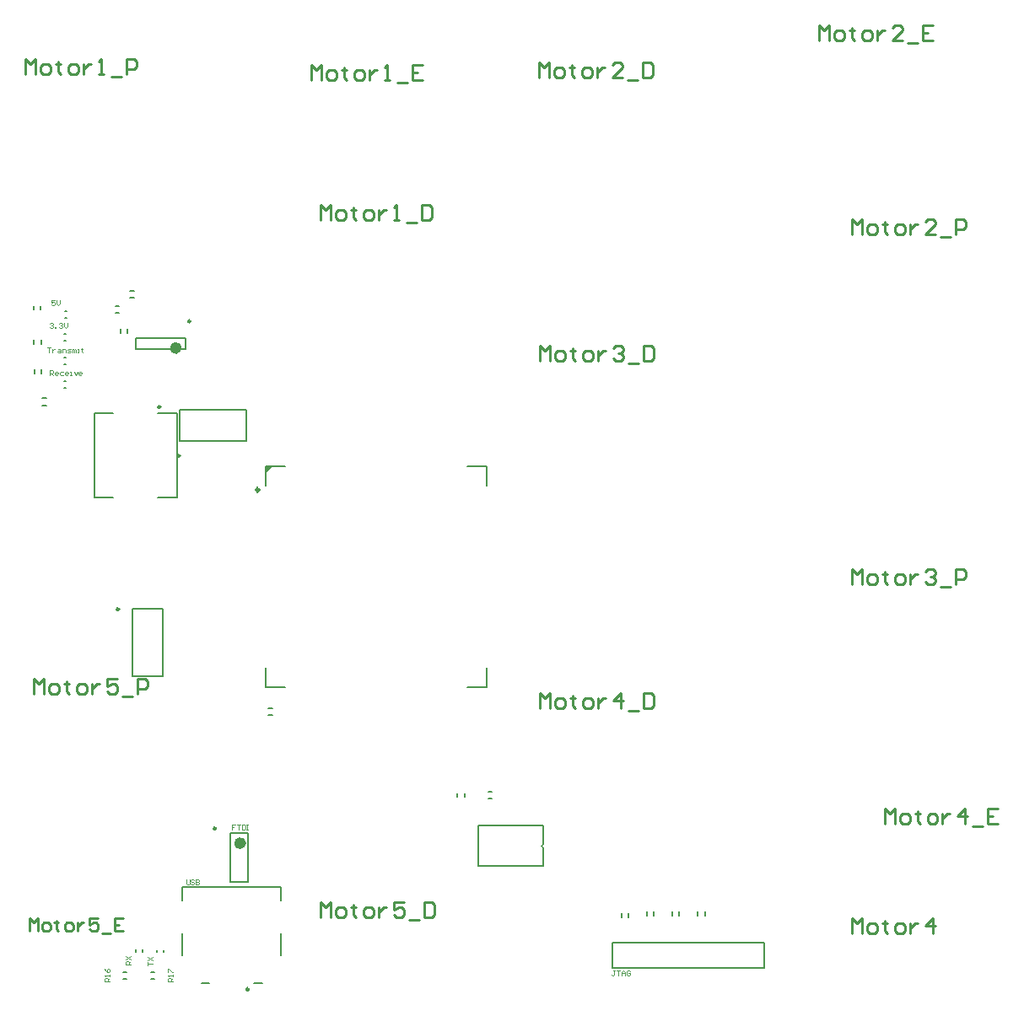
<source format=gto>
%FSLAX25Y25*%
%MOIN*%
G70*
G01*
G75*
G04 Layer_Color=65535*
%ADD10R,0.05079X0.04882*%
%ADD11O,0.01575X0.05906*%
%ADD12R,0.01575X0.05906*%
%ADD13R,0.00748X0.03961*%
%ADD14R,0.03961X0.00748*%
%ADD15R,0.08661X0.12992*%
%ADD16R,0.08661X0.03937*%
%ADD17O,0.03150X0.10039*%
%ADD18R,0.12992X0.08268*%
%ADD19R,0.04724X0.08268*%
%ADD20R,0.14567X0.09055*%
%ADD21R,0.03150X0.03543*%
%ADD22R,0.02756X0.03543*%
%ADD23R,0.03543X0.03150*%
%ADD24R,0.03543X0.02756*%
%ADD25R,0.02953X0.03543*%
%ADD26R,0.39370X0.19685*%
%ADD27R,0.03543X0.02953*%
%ADD28O,0.09055X0.01378*%
%ADD29R,0.07874X0.09843*%
%ADD30R,0.01969X0.09055*%
%ADD31C,0.31496*%
%ADD32C,0.01000*%
%ADD33C,0.01969*%
%ADD34C,0.03937*%
%ADD35C,0.06000*%
%ADD36C,0.11811*%
%ADD37C,0.02362*%
%ADD38R,0.05906X0.05906*%
%ADD39C,0.05906*%
%ADD40C,0.03937*%
%ADD41C,0.05000*%
%ADD42R,0.09055X0.09055*%
%ADD43C,0.00787*%
%ADD44C,0.01181*%
%ADD45C,0.00984*%
%ADD46C,0.02362*%
%ADD47C,0.00394*%
G36*
X424764Y277268D02*
Y279236D01*
X426732D01*
X424764Y277268D01*
D02*
G37*
D32*
X643110Y448130D02*
Y454128D01*
X645110Y452129D01*
X647109Y454128D01*
Y448130D01*
X650108D02*
X652107D01*
X653107Y449130D01*
Y451129D01*
X652107Y452129D01*
X650108D01*
X649108Y451129D01*
Y449130D01*
X650108Y448130D01*
X656106Y453128D02*
Y452129D01*
X655106D01*
X657106D01*
X656106D01*
Y449130D01*
X657106Y448130D01*
X661104D02*
X663104D01*
X664103Y449130D01*
Y451129D01*
X663104Y452129D01*
X661104D01*
X660105Y451129D01*
Y449130D01*
X661104Y448130D01*
X666103Y452129D02*
Y448130D01*
Y450129D01*
X667102Y451129D01*
X668102Y452129D01*
X669102D01*
X676100Y448130D02*
X672101D01*
X676100Y452129D01*
Y453128D01*
X675100Y454128D01*
X673101D01*
X672101Y453128D01*
X678099Y447130D02*
X682098D01*
X688096Y454128D02*
X684097D01*
Y448130D01*
X688096D01*
X684097Y451129D02*
X686096D01*
X442520Y432382D02*
Y438380D01*
X444519Y436381D01*
X446518Y438380D01*
Y432382D01*
X449517D02*
X451517D01*
X452517Y433382D01*
Y435381D01*
X451517Y436381D01*
X449517D01*
X448518Y435381D01*
Y433382D01*
X449517Y432382D01*
X455515Y437380D02*
Y436381D01*
X454516D01*
X456515D01*
X455515D01*
Y433382D01*
X456515Y432382D01*
X460514D02*
X462513D01*
X463513Y433382D01*
Y435381D01*
X462513Y436381D01*
X460514D01*
X459514Y435381D01*
Y433382D01*
X460514Y432382D01*
X465512Y436381D02*
Y432382D01*
Y434381D01*
X466512Y435381D01*
X467512Y436381D01*
X468511D01*
X471510Y432382D02*
X473510D01*
X472510D01*
Y438380D01*
X471510Y437380D01*
X476509Y431382D02*
X480507D01*
X486506Y438380D02*
X482507D01*
Y432382D01*
X486506D01*
X482507Y435381D02*
X484506D01*
X446054Y376947D02*
Y382945D01*
X448054Y380946D01*
X450053Y382945D01*
Y376947D01*
X453052D02*
X455051D01*
X456051Y377947D01*
Y379946D01*
X455051Y380946D01*
X453052D01*
X452052Y379946D01*
Y377947D01*
X453052Y376947D01*
X459050Y381946D02*
Y380946D01*
X458050D01*
X460050D01*
X459050D01*
Y377947D01*
X460050Y376947D01*
X464048D02*
X466048D01*
X467048Y377947D01*
Y379946D01*
X466048Y380946D01*
X464048D01*
X463049Y379946D01*
Y377947D01*
X464048Y376947D01*
X469047Y380946D02*
Y376947D01*
Y378947D01*
X470047Y379946D01*
X471046Y380946D01*
X472046D01*
X475045Y376947D02*
X477044D01*
X476045D01*
Y382945D01*
X475045Y381946D01*
X480043Y375948D02*
X484042D01*
X486041Y382945D02*
Y376947D01*
X489040D01*
X490040Y377947D01*
Y381946D01*
X489040Y382945D01*
X486041D01*
X329528Y434646D02*
Y440644D01*
X331527Y438644D01*
X333526Y440644D01*
Y434646D01*
X336525D02*
X338525D01*
X339524Y435645D01*
Y437645D01*
X338525Y438644D01*
X336525D01*
X335526Y437645D01*
Y435645D01*
X336525Y434646D01*
X342523Y439644D02*
Y438644D01*
X341524D01*
X343523D01*
X342523D01*
Y435645D01*
X343523Y434646D01*
X347522D02*
X349521D01*
X350521Y435645D01*
Y437645D01*
X349521Y438644D01*
X347522D01*
X346522Y437645D01*
Y435645D01*
X347522Y434646D01*
X352520Y438644D02*
Y434646D01*
Y436645D01*
X353520Y437645D01*
X354520Y438644D01*
X355519D01*
X358518Y434646D02*
X360518D01*
X359518D01*
Y440644D01*
X358518Y439644D01*
X363517Y433646D02*
X367515D01*
X369515Y434646D02*
Y440644D01*
X372514D01*
X373513Y439644D01*
Y437645D01*
X372514Y436645D01*
X369515D01*
X532382Y433465D02*
Y439463D01*
X534381Y437463D01*
X536381Y439463D01*
Y433465D01*
X539380D02*
X541379D01*
X542379Y434464D01*
Y436464D01*
X541379Y437463D01*
X539380D01*
X538380Y436464D01*
Y434464D01*
X539380Y433465D01*
X545378Y438463D02*
Y437463D01*
X544378D01*
X546377D01*
X545378D01*
Y434464D01*
X546377Y433465D01*
X550376D02*
X552375D01*
X553375Y434464D01*
Y436464D01*
X552375Y437463D01*
X550376D01*
X549376Y436464D01*
Y434464D01*
X550376Y433465D01*
X555374Y437463D02*
Y433465D01*
Y435464D01*
X556374Y436464D01*
X557374Y437463D01*
X558373D01*
X565371Y433465D02*
X561373D01*
X565371Y437463D01*
Y438463D01*
X564371Y439463D01*
X562372D01*
X561373Y438463D01*
X567371Y432465D02*
X571369D01*
X573369Y439463D02*
Y433465D01*
X576368D01*
X577367Y434464D01*
Y438463D01*
X576368Y439463D01*
X573369D01*
X532638Y184071D02*
Y190069D01*
X534637Y188070D01*
X536636Y190069D01*
Y184071D01*
X539636D02*
X541635D01*
X542635Y185071D01*
Y187070D01*
X541635Y188070D01*
X539636D01*
X538636Y187070D01*
Y185071D01*
X539636Y184071D01*
X545634Y189069D02*
Y188070D01*
X544634D01*
X546633D01*
X545634D01*
Y185071D01*
X546633Y184071D01*
X550632D02*
X552631D01*
X553631Y185071D01*
Y187070D01*
X552631Y188070D01*
X550632D01*
X549632Y187070D01*
Y185071D01*
X550632Y184071D01*
X555630Y188070D02*
Y184071D01*
Y186070D01*
X556630Y187070D01*
X557630Y188070D01*
X558629D01*
X564628Y184071D02*
Y190069D01*
X561628Y187070D01*
X565627D01*
X567626Y183071D02*
X571625D01*
X573625Y190069D02*
Y184071D01*
X576624D01*
X577623Y185071D01*
Y189069D01*
X576624Y190069D01*
X573625D01*
X331000Y96000D02*
Y100935D01*
X332645Y99290D01*
X334290Y100935D01*
Y96000D01*
X336758D02*
X338403D01*
X339226Y96823D01*
Y98468D01*
X338403Y99290D01*
X336758D01*
X335935Y98468D01*
Y96823D01*
X336758Y96000D01*
X341693Y100113D02*
Y99290D01*
X340871D01*
X342516D01*
X341693D01*
Y96823D01*
X342516Y96000D01*
X345806D02*
X347451D01*
X348274Y96823D01*
Y98468D01*
X347451Y99290D01*
X345806D01*
X344984Y98468D01*
Y96823D01*
X345806Y96000D01*
X349919Y99290D02*
Y96000D01*
Y97645D01*
X350742Y98468D01*
X351564Y99290D01*
X352387D01*
X358145Y100935D02*
X354854D01*
Y98468D01*
X356500Y99290D01*
X357322D01*
X358145Y98468D01*
Y96823D01*
X357322Y96000D01*
X355677D01*
X354854Y96823D01*
X359790Y95177D02*
X363080D01*
X368016Y100935D02*
X364725D01*
Y96000D01*
X368016D01*
X364725Y98468D02*
X366370D01*
X668898Y138386D02*
Y144384D01*
X670897Y142385D01*
X672896Y144384D01*
Y138386D01*
X675895D02*
X677895D01*
X678894Y139385D01*
Y141385D01*
X677895Y142385D01*
X675895D01*
X674896Y141385D01*
Y139385D01*
X675895Y138386D01*
X681893Y143384D02*
Y142385D01*
X680894D01*
X682893D01*
X681893D01*
Y139385D01*
X682893Y138386D01*
X686892D02*
X688891D01*
X689891Y139385D01*
Y141385D01*
X688891Y142385D01*
X686892D01*
X685892Y141385D01*
Y139385D01*
X686892Y138386D01*
X691890Y142385D02*
Y138386D01*
Y140385D01*
X692890Y141385D01*
X693890Y142385D01*
X694889D01*
X700887Y138386D02*
Y144384D01*
X697888Y141385D01*
X701887D01*
X703886Y137386D02*
X707885D01*
X713883Y144384D02*
X709884D01*
Y138386D01*
X713883D01*
X709884Y141385D02*
X711884D01*
X332600Y189600D02*
Y195598D01*
X334599Y193599D01*
X336599Y195598D01*
Y189600D01*
X339598D02*
X341597D01*
X342597Y190600D01*
Y192599D01*
X341597Y193599D01*
X339598D01*
X338598Y192599D01*
Y190600D01*
X339598Y189600D01*
X345596Y194598D02*
Y193599D01*
X344596D01*
X346596D01*
X345596D01*
Y190600D01*
X346596Y189600D01*
X350594D02*
X352593D01*
X353593Y190600D01*
Y192599D01*
X352593Y193599D01*
X350594D01*
X349594Y192599D01*
Y190600D01*
X350594Y189600D01*
X355593Y193599D02*
Y189600D01*
Y191599D01*
X356592Y192599D01*
X357592Y193599D01*
X358592D01*
X365589Y195598D02*
X361591D01*
Y192599D01*
X363590Y193599D01*
X364590D01*
X365589Y192599D01*
Y190600D01*
X364590Y189600D01*
X362590D01*
X361591Y190600D01*
X367589Y188600D02*
X371587D01*
X373587Y189600D02*
Y195598D01*
X376586D01*
X377585Y194598D01*
Y192599D01*
X376586Y191599D01*
X373587D01*
X656132Y94906D02*
Y100904D01*
X658132Y98904D01*
X660131Y100904D01*
Y94906D01*
X663130D02*
X665129D01*
X666129Y95905D01*
Y97904D01*
X665129Y98904D01*
X663130D01*
X662130Y97904D01*
Y95905D01*
X663130Y94906D01*
X669128Y99904D02*
Y98904D01*
X668128D01*
X670128D01*
X669128D01*
Y95905D01*
X670128Y94906D01*
X674126D02*
X676126D01*
X677126Y95905D01*
Y97904D01*
X676126Y98904D01*
X674126D01*
X673127Y97904D01*
Y95905D01*
X674126Y94906D01*
X679125Y98904D02*
Y94906D01*
Y96905D01*
X680125Y97904D01*
X681124Y98904D01*
X682124D01*
X688122Y94906D02*
Y100904D01*
X685123Y97904D01*
X689122D01*
X656100Y233100D02*
Y239098D01*
X658099Y237099D01*
X660099Y239098D01*
Y233100D01*
X663098D02*
X665097D01*
X666097Y234100D01*
Y236099D01*
X665097Y237099D01*
X663098D01*
X662098Y236099D01*
Y234100D01*
X663098Y233100D01*
X669096Y238098D02*
Y237099D01*
X668096D01*
X670095D01*
X669096D01*
Y234100D01*
X670095Y233100D01*
X674094D02*
X676093D01*
X677093Y234100D01*
Y236099D01*
X676093Y237099D01*
X674094D01*
X673095Y236099D01*
Y234100D01*
X674094Y233100D01*
X679093Y237099D02*
Y233100D01*
Y235099D01*
X680092Y236099D01*
X681092Y237099D01*
X682092D01*
X685091Y238098D02*
X686090Y239098D01*
X688090D01*
X689089Y238098D01*
Y237099D01*
X688090Y236099D01*
X687090D01*
X688090D01*
X689089Y235099D01*
Y234100D01*
X688090Y233100D01*
X686090D01*
X685091Y234100D01*
X691089Y232100D02*
X695087D01*
X697087Y233100D02*
Y239098D01*
X700086D01*
X701086Y238098D01*
Y236099D01*
X700086Y235099D01*
X697087D01*
X656000Y371500D02*
Y377498D01*
X657999Y375499D01*
X659999Y377498D01*
Y371500D01*
X662998D02*
X664997D01*
X665997Y372500D01*
Y374499D01*
X664997Y375499D01*
X662998D01*
X661998Y374499D01*
Y372500D01*
X662998Y371500D01*
X668996Y376498D02*
Y375499D01*
X667996D01*
X669995D01*
X668996D01*
Y372500D01*
X669995Y371500D01*
X673994D02*
X675993D01*
X676993Y372500D01*
Y374499D01*
X675993Y375499D01*
X673994D01*
X672995Y374499D01*
Y372500D01*
X673994Y371500D01*
X678993Y375499D02*
Y371500D01*
Y373499D01*
X679992Y374499D01*
X680992Y375499D01*
X681992D01*
X688989Y371500D02*
X684991D01*
X688989Y375499D01*
Y376498D01*
X687990Y377498D01*
X685990D01*
X684991Y376498D01*
X690989Y370500D02*
X694987D01*
X696987Y371500D02*
Y377498D01*
X699986D01*
X700985Y376498D01*
Y374499D01*
X699986Y373499D01*
X696987D01*
X532697Y321372D02*
Y327371D01*
X534696Y325371D01*
X536696Y327371D01*
Y321372D01*
X539695D02*
X541694D01*
X542694Y322372D01*
Y324372D01*
X541694Y325371D01*
X539695D01*
X538695Y324372D01*
Y322372D01*
X539695Y321372D01*
X545693Y326371D02*
Y325371D01*
X544693D01*
X546692D01*
X545693D01*
Y322372D01*
X546692Y321372D01*
X550691D02*
X552690D01*
X553690Y322372D01*
Y324372D01*
X552690Y325371D01*
X550691D01*
X549691Y324372D01*
Y322372D01*
X550691Y321372D01*
X555689Y325371D02*
Y321372D01*
Y323372D01*
X556689Y324372D01*
X557689Y325371D01*
X558688D01*
X561688Y326371D02*
X562687Y327371D01*
X564686D01*
X565686Y326371D01*
Y325371D01*
X564686Y324372D01*
X563687D01*
X564686D01*
X565686Y323372D01*
Y322372D01*
X564686Y321372D01*
X562687D01*
X561688Y322372D01*
X567686Y320373D02*
X571684D01*
X573684Y327371D02*
Y321372D01*
X576683D01*
X577682Y322372D01*
Y326371D01*
X576683Y327371D01*
X573684D01*
X446038Y101455D02*
Y107453D01*
X448037Y105454D01*
X450036Y107453D01*
Y101455D01*
X453035D02*
X455035D01*
X456035Y102455D01*
Y104454D01*
X455035Y105454D01*
X453035D01*
X452036Y104454D01*
Y102455D01*
X453035Y101455D01*
X459034Y106454D02*
Y105454D01*
X458034D01*
X460033D01*
X459034D01*
Y102455D01*
X460033Y101455D01*
X464032D02*
X466031D01*
X467031Y102455D01*
Y104454D01*
X466031Y105454D01*
X464032D01*
X463032Y104454D01*
Y102455D01*
X464032Y101455D01*
X469030Y105454D02*
Y101455D01*
Y103454D01*
X470030Y104454D01*
X471030Y105454D01*
X472029D01*
X479027Y107453D02*
X475028D01*
Y104454D01*
X477028Y105454D01*
X478027D01*
X479027Y104454D01*
Y102455D01*
X478027Y101455D01*
X476028D01*
X475028Y102455D01*
X481027Y100455D02*
X485025D01*
X487024Y107453D02*
Y101455D01*
X490024D01*
X491023Y102455D01*
Y106454D01*
X490024Y107453D01*
X487024D01*
D43*
X534055Y130266D02*
G03*
X534055Y128986I0J-640D01*
G01*
X508464Y137559D02*
X534055D01*
X508464Y121693D02*
Y137559D01*
Y121693D02*
X534055D01*
Y128986D01*
Y130266D02*
Y137559D01*
X504075Y279630D02*
X511772D01*
Y271933D02*
Y279630D01*
X424370Y271933D02*
Y279630D01*
X432067D01*
X424370Y192228D02*
Y199925D01*
Y192228D02*
X432067D01*
X511772D02*
Y199925D01*
X504075Y192228D02*
X511772D01*
X371850Y196850D02*
X383661D01*
X371850Y223228D02*
X383661D01*
Y196850D02*
Y223228D01*
X371850Y196850D02*
Y223228D01*
X373130Y325886D02*
Y330413D01*
X392815Y325886D02*
Y330413D01*
X373130Y325886D02*
X392815D01*
X373130Y330413D02*
X392815D01*
X416732Y289567D02*
Y302165D01*
X390354Y289567D02*
Y302165D01*
X416732D01*
X390354Y289567D02*
X416732D01*
X389272Y267520D02*
Y300590D01*
X356594Y267520D02*
Y300590D01*
X381791D02*
X389272D01*
X381791Y267520D02*
X389272D01*
X356594Y300590D02*
X364075D01*
X356594Y267520D02*
X364075D01*
X364961Y340354D02*
X366535D01*
X364961Y343110D02*
X366535D01*
X370768Y349114D02*
X372343D01*
X370768Y346358D02*
X372343D01*
X369783Y332382D02*
Y333957D01*
X367027Y332382D02*
Y333957D01*
X565059Y101476D02*
Y103051D01*
X567815Y101476D02*
Y103051D01*
X575098Y102067D02*
Y103642D01*
X577854Y102067D02*
Y103642D01*
X585039Y102087D02*
Y103661D01*
X587795Y102087D02*
Y103661D01*
X595177Y102067D02*
Y103642D01*
X597933Y102067D02*
Y103642D01*
X425394Y181299D02*
X426969D01*
X425394Y184055D02*
X426969D01*
X500197Y148917D02*
Y150492D01*
X502953Y148917D02*
Y150492D01*
X512297Y148228D02*
X513872D01*
X512297Y150984D02*
X513872D01*
X336221Y303839D02*
X337795D01*
X336221Y306594D02*
X337795D01*
X335728Y316535D02*
Y318110D01*
X332972Y316535D02*
Y318110D01*
X335630Y328051D02*
Y329626D01*
X332874Y328051D02*
Y329626D01*
X332776Y341634D02*
Y343209D01*
X335531Y341634D02*
Y343209D01*
X344685Y319980D02*
X345472D01*
X344685Y322736D02*
X345472D01*
X344587Y310630D02*
X345374D01*
X344587Y313386D02*
X345374D01*
X344587Y332087D02*
X345374D01*
X344587Y329331D02*
X345374D01*
X344980Y341043D02*
X345768D01*
X344980Y338287D02*
X345768D01*
X375886Y87795D02*
Y88583D01*
X373130Y87795D02*
Y88583D01*
X367913Y79724D02*
X369488D01*
X367913Y76968D02*
X369488D01*
X378937Y79724D02*
X380512D01*
X378937Y76968D02*
X380512D01*
X384055Y87598D02*
Y88386D01*
X381299Y87598D02*
Y88386D01*
X410335Y115354D02*
Y134646D01*
X417421Y115354D02*
Y134646D01*
X410335D02*
X417421D01*
X410335Y115354D02*
X417421D01*
X419784Y75492D02*
X422933D01*
X398918D02*
X402067D01*
X430414Y108169D02*
Y113287D01*
Y86516D02*
Y95177D01*
X391437Y86516D02*
Y95177D01*
Y108169D02*
Y113287D01*
X430414D01*
X561417Y81535D02*
Y91535D01*
X621417Y81535D02*
Y91535D01*
X561417Y81535D02*
X621417D01*
X561417Y91535D02*
X621417D01*
D44*
X421811Y270378D02*
G03*
X421811Y270378I-591J0D01*
G01*
D45*
X366437Y223228D02*
G03*
X366437Y223228I-492J0D01*
G01*
X394705Y337008D02*
G03*
X394705Y337008I-492J0D01*
G01*
X390453Y283858D02*
G03*
X390453Y283858I-492J0D01*
G01*
X382874Y303150D02*
G03*
X382874Y303150I-492J0D01*
G01*
X404724Y136535D02*
G03*
X404724Y136535I-492J0D01*
G01*
X417717Y72933D02*
G03*
X417717Y72933I-492J0D01*
G01*
D46*
X390059Y326476D02*
G03*
X390059Y326476I-1181J0D01*
G01*
X415453Y130709D02*
G03*
X415453Y130709I-1181J0D01*
G01*
D47*
X392913Y116382D02*
Y114742D01*
X393241Y114414D01*
X393897D01*
X394225Y114742D01*
Y116382D01*
X396193Y116054D02*
X395865Y116382D01*
X395209D01*
X394881Y116054D01*
Y115726D01*
X395209Y115398D01*
X395865D01*
X396193Y115070D01*
Y114742D01*
X395865Y114414D01*
X395209D01*
X394881Y114742D01*
X396849Y116382D02*
Y114414D01*
X397833D01*
X398161Y114742D01*
Y115070D01*
X397833Y115398D01*
X396849D01*
X397833D01*
X398161Y115726D01*
Y116054D01*
X397833Y116382D01*
X396849D01*
X412291Y137893D02*
X410979D01*
Y136909D01*
X411635D01*
X410979D01*
Y135925D01*
X412947Y137893D02*
X414259D01*
X413603D01*
Y135925D01*
X414915Y137893D02*
Y135925D01*
X415899D01*
X416227Y136253D01*
Y137565D01*
X415899Y137893D01*
X414915D01*
X416883D02*
X417538D01*
X417210D01*
Y135925D01*
X416883D01*
X417538D01*
X339075Y315748D02*
Y317716D01*
X340059D01*
X340387Y317388D01*
Y316732D01*
X340059Y316404D01*
X339075D01*
X339731D02*
X340387Y315748D01*
X342027D02*
X341371D01*
X341043Y316076D01*
Y316732D01*
X341371Y317060D01*
X342027D01*
X342355Y316732D01*
Y316404D01*
X341043D01*
X344322Y317060D02*
X343338D01*
X343010Y316732D01*
Y316076D01*
X343338Y315748D01*
X344322D01*
X345962D02*
X345306D01*
X344978Y316076D01*
Y316732D01*
X345306Y317060D01*
X345962D01*
X346290Y316732D01*
Y316404D01*
X344978D01*
X346946Y315748D02*
X347602D01*
X347274D01*
Y317060D01*
X346946D01*
X348586D02*
X349242Y315748D01*
X349898Y317060D01*
X351538Y315748D02*
X350882D01*
X350554Y316076D01*
Y316732D01*
X350882Y317060D01*
X351538D01*
X351866Y316732D01*
Y316404D01*
X350554D01*
X338090Y326771D02*
X339403D01*
X338747D01*
Y324803D01*
X340058Y326115D02*
Y324803D01*
Y325459D01*
X340386Y325787D01*
X340714Y326115D01*
X341042D01*
X342354D02*
X343010D01*
X343338Y325787D01*
Y324803D01*
X342354D01*
X342026Y325131D01*
X342354Y325459D01*
X343338D01*
X343994Y324803D02*
Y326115D01*
X344978D01*
X345306Y325787D01*
Y324803D01*
X345962D02*
X346946D01*
X347274Y325131D01*
X346946Y325459D01*
X346290D01*
X345962Y325787D01*
X346290Y326115D01*
X347274D01*
X347930Y324803D02*
Y326115D01*
X348258D01*
X348586Y325787D01*
Y324803D01*
Y325787D01*
X348914Y326115D01*
X349242Y325787D01*
Y324803D01*
X349898D02*
X350554D01*
X350226D01*
Y326115D01*
X349898D01*
X351866Y326443D02*
Y326115D01*
X351538D01*
X352194D01*
X351866D01*
Y325131D01*
X352194Y324803D01*
X562532Y80216D02*
X561876D01*
X562204D01*
Y78576D01*
X561876Y78248D01*
X561548D01*
X561221Y78576D01*
X563188Y80216D02*
X564500D01*
X563844D01*
Y78248D01*
X565156D02*
Y79560D01*
X565812Y80216D01*
X566468Y79560D01*
Y78248D01*
Y79232D01*
X565156D01*
X568436Y79888D02*
X568108Y80216D01*
X567452D01*
X567124Y79888D01*
Y78576D01*
X567452Y78248D01*
X568108D01*
X568436Y78576D01*
Y79232D01*
X567780D01*
X340977Y345373D02*
X339665D01*
Y344389D01*
X340321Y344717D01*
X340649D01*
X340977Y344389D01*
Y343734D01*
X340649Y343406D01*
X339993D01*
X339665Y343734D01*
X341633Y345373D02*
Y344061D01*
X342289Y343406D01*
X342945Y344061D01*
Y345373D01*
X339075Y335990D02*
X339403Y336318D01*
X340059D01*
X340387Y335990D01*
Y335662D01*
X340059Y335334D01*
X339731D01*
X340059D01*
X340387Y335006D01*
Y334678D01*
X340059Y334350D01*
X339403D01*
X339075Y334678D01*
X341043Y334350D02*
Y334678D01*
X341371D01*
Y334350D01*
X341043D01*
X342683Y335990D02*
X343010Y336318D01*
X343667D01*
X343994Y335990D01*
Y335662D01*
X343667Y335334D01*
X343338D01*
X343667D01*
X343994Y335006D01*
Y334678D01*
X343667Y334350D01*
X343010D01*
X342683Y334678D01*
X344650Y336318D02*
Y335006D01*
X345306Y334350D01*
X345962Y335006D01*
Y336318D01*
X362795Y76022D02*
X360827D01*
Y77006D01*
X361155Y77334D01*
X361811D01*
X362139Y77006D01*
Y76022D01*
Y76678D02*
X362795Y77334D01*
Y77990D02*
Y78646D01*
Y78318D01*
X360827D01*
X361155Y77990D01*
X360827Y80942D02*
X361155Y80286D01*
X361811Y79630D01*
X362467D01*
X362795Y79958D01*
Y80614D01*
X362467Y80942D01*
X362139D01*
X361811Y80614D01*
Y79630D01*
X387598Y76022D02*
X385631D01*
Y77006D01*
X385959Y77334D01*
X386614D01*
X386943Y77006D01*
Y76022D01*
Y76678D02*
X387598Y77334D01*
Y77990D02*
Y78646D01*
Y78318D01*
X385631D01*
X385959Y77990D01*
X385631Y79630D02*
Y80942D01*
X385959D01*
X387270Y79630D01*
X387598D01*
X371161Y82776D02*
X369194D01*
Y83759D01*
X369521Y84088D01*
X370178D01*
X370505Y83759D01*
Y82776D01*
Y83432D02*
X371161Y84088D01*
X369194Y84743D02*
X371161Y86055D01*
X369194D02*
X371161Y84743D01*
X377658Y82546D02*
Y83858D01*
Y83202D01*
X379626D01*
X377658Y84514D02*
X379626Y85826D01*
X377658D02*
X379626Y84514D01*
M02*

</source>
